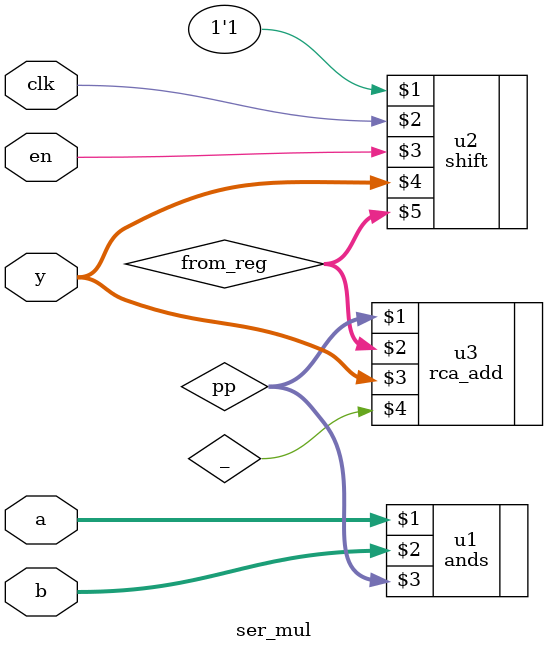
<source format=v>
module ser_mul #(parameter N=4) (
  input clk,
  input en,
  input [N - 1:0] a,
  input [N - 1:0] b,
  inout reg [2 * N - 1:0] y
);
wire [N - 1:0] pp;
wire [2 * N - 1:0] from_reg;

ands #(N) u1(a, b, pp);
rca_add #(2 * N) u3(pp, from_reg, y, _);
shift #(2 * N) u2(1'b1, clk, en, y, from_reg);

endmodule

</source>
